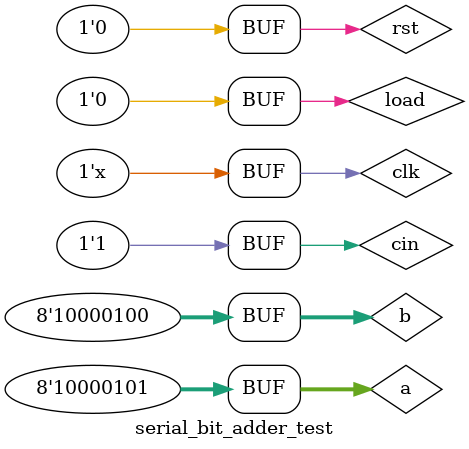
<source format=v>
`timescale 1ns / 1ps


module serial_bit_adder_test;

	// Inputs
	reg clk;
	reg rst;
	reg load;
	reg [7:0] a;
	reg [7:0] b;
	reg cin;

	// Outputs
	wire [7:0] sum;
	wire cout;

	// Instantiate the Unit Under Test (UUT)
	bitSerialAdder uut (
		.clk(clk), 
		.rst(rst), 
		.load(load), 
		.a(a), 
		.b(b), 
		.cin(cin), 
		.sum(sum), 
		.cout(cout)
	);

	initial begin
		// Initialize Inputs
		clk = 0;
		rst = 1;
		load = 0;
		a = 0;
		b = 0;
		cin = 1;

		// Wait 100 ns for global reset to finish
		#100;
      rst= 0;
		load = 1'b1;
		a = 8'b10000101;
		b = 8'b10000100;
		#20;
		load = 1'b0;
		
		#200;
	end
	
		
	always
		begin
		#10 clk = !clk;
		end
      
      
endmodule


</source>
